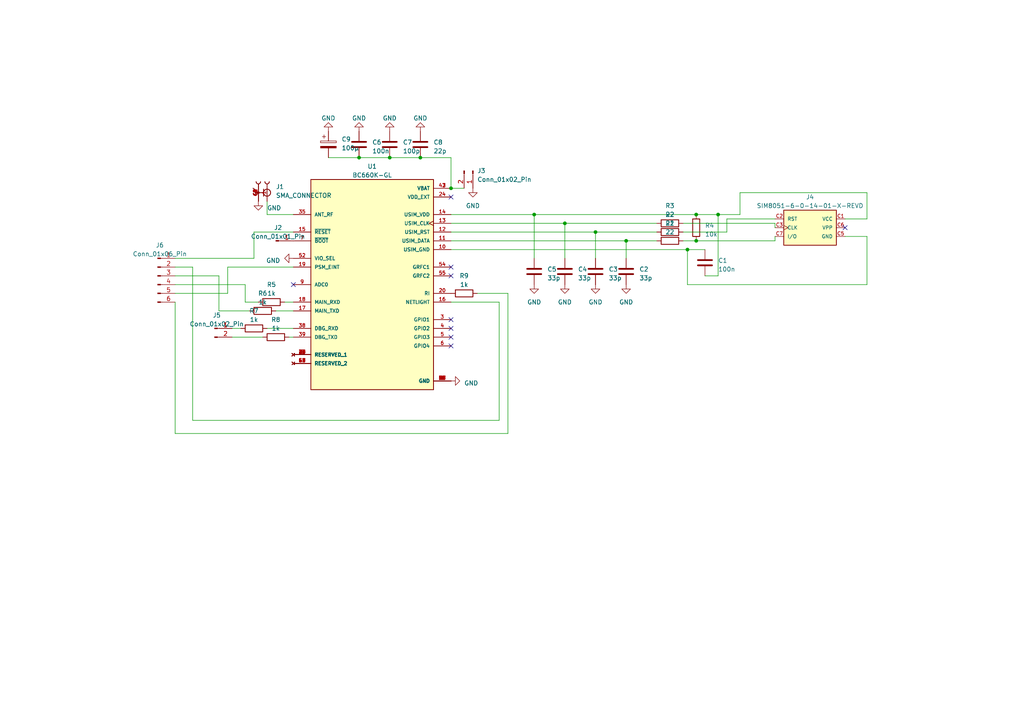
<source format=kicad_sch>
(kicad_sch (version 20230121) (generator eeschema)
  (paper "A4")
  (lib_symbols
    (symbol "BC660K-GL:BC660K-GL" (pin_names (offset 1.016))
      (property "Reference" "U" (at -17.78 31.242 0))
      (property "Value" "BC660K-GL" (at -17.78 -33.02 0))
      (symbol "BC660K-GL_0_0"
        (rectangle (start -17.78 -30.48) (end 17.78 30.48) (stroke (width 0.254)) (fill (type background)))
        (pin power_in line (at 22.86 -27.94 180) (length 5.08) (name "GND") (number "1"))
        (pin power_in line (at 22.86 10.16 180) (length 5.08) (name "USIM_GND") (number "10"))
        (pin bidirectional line (at 22.86 12.7 180) (length 5.08) (name "USIM_DATA") (number "11"))
        (pin output line (at 22.86 15.24 180) (length 5.08) (name "USIM_RST") (number "12"))
        (pin output clock (at 22.86 17.78 180) (length 5.08) (name "USIM_CLK") (number "13"))
        (pin power_in line (at 22.86 20.32 180) (length 5.08) (name "USIM_VDD") (number "14"))
        (pin input line (at -22.86 15.24 0) (length 5.08) (name "~{RESET}") (number "15"))
        (pin output line (at 22.86 -5.08 180) (length 5.08) (name "NETLIGHT") (number "16"))
        (pin output line (at -22.86 -7.62 0) (length 5.08) (name "MAIN_TXD") (number "17"))
        (pin input line (at -22.86 -5.08 0) (length 5.08) (name "MAIN_RXD") (number "18"))
        (pin input line (at -22.86 5.08 0) (length 5.08) (name "PSM_EINT") (number "19"))
        (pin no_connect line (at -22.86 -20.32 0) (length 5.08) (name "RESERVED_1") (number "2"))
        (pin output line (at 22.86 -2.54 180) (length 5.08) (name "RI") (number "20"))
        (pin no_connect line (at -22.86 -20.32 0) (length 5.08) (name "RESERVED_1") (number "21"))
        (pin no_connect line (at -22.86 -20.32 0) (length 5.08) (name "RESERVED_1") (number "22"))
        (pin no_connect line (at -22.86 -20.32 0) (length 5.08) (name "RESERVED_1") (number "23"))
        (pin power_in line (at 22.86 25.4 180) (length 5.08) (name "VDD_EXT") (number "24"))
        (pin no_connect line (at -22.86 -20.32 0) (length 5.08) (name "RESERVED_1") (number "25"))
        (pin no_connect line (at -22.86 -20.32 0) (length 5.08) (name "RESERVED_1") (number "26"))
        (pin power_in line (at 22.86 -27.94 180) (length 5.08) (name "GND") (number "27"))
        (pin no_connect line (at -22.86 -20.32 0) (length 5.08) (name "RESERVED_1") (number "28"))
        (pin no_connect line (at -22.86 -20.32 0) (length 5.08) (name "RESERVED_1") (number "29"))
        (pin bidirectional line (at 22.86 -10.16 180) (length 5.08) (name "GPIO1") (number "3"))
        (pin no_connect line (at -22.86 -20.32 0) (length 5.08) (name "RESERVED_1") (number "30"))
        (pin no_connect line (at -22.86 -20.32 0) (length 5.08) (name "RESERVED_1") (number "31"))
        (pin no_connect line (at -22.86 -20.32 0) (length 5.08) (name "RESERVED_1") (number "32"))
        (pin no_connect line (at -22.86 -20.32 0) (length 5.08) (name "RESERVED_1") (number "33"))
        (pin power_in line (at 22.86 -27.94 180) (length 5.08) (name "GND") (number "34"))
        (pin bidirectional line (at -22.86 20.32 0) (length 5.08) (name "ANT_RF") (number "35"))
        (pin power_in line (at 22.86 -27.94 180) (length 5.08) (name "GND") (number "36"))
        (pin power_in line (at 22.86 -27.94 180) (length 5.08) (name "GND") (number "37"))
        (pin input line (at -22.86 -12.7 0) (length 5.08) (name "DBG_RXD") (number "38"))
        (pin output line (at -22.86 -15.24 0) (length 5.08) (name "DBG_TXD") (number "39"))
        (pin bidirectional line (at 22.86 -12.7 180) (length 5.08) (name "GPIO2") (number "4"))
        (pin power_in line (at 22.86 -27.94 180) (length 5.08) (name "GND") (number "40"))
        (pin power_in line (at 22.86 -27.94 180) (length 5.08) (name "GND") (number "41"))
        (pin power_in line (at 22.86 27.94 180) (length 5.08) (name "VBAT") (number "42"))
        (pin power_in line (at 22.86 27.94 180) (length 5.08) (name "VBAT") (number "43"))
        (pin no_connect line (at -22.86 -20.32 0) (length 5.08) (name "RESERVED_1") (number "44"))
        (pin no_connect line (at -22.86 -20.32 0) (length 5.08) (name "RESERVED_1") (number "45"))
        (pin no_connect line (at -22.86 -22.86 0) (length 5.08) (name "RESERVED_2") (number "46"))
        (pin no_connect line (at -22.86 -22.86 0) (length 5.08) (name "RESERVED_2") (number "47"))
        (pin no_connect line (at -22.86 -22.86 0) (length 5.08) (name "RESERVED_2") (number "48"))
        (pin no_connect line (at -22.86 -22.86 0) (length 5.08) (name "RESERVED_2") (number "49"))
        (pin bidirectional line (at 22.86 -15.24 180) (length 5.08) (name "GPIO3") (number "5"))
        (pin no_connect line (at -22.86 -22.86 0) (length 5.08) (name "RESERVED_2") (number "50"))
        (pin no_connect line (at -22.86 -22.86 0) (length 5.08) (name "RESERVED_2") (number "51"))
        (pin input line (at -22.86 7.62 0) (length 5.08) (name "VIO_SEL") (number "52"))
        (pin no_connect line (at -22.86 -22.86 0) (length 5.08) (name "RESERVED_2") (number "53"))
        (pin output line (at 22.86 5.08 180) (length 5.08) (name "GRFC1") (number "54"))
        (pin output line (at 22.86 2.54 180) (length 5.08) (name "GRFC2") (number "55"))
        (pin power_in line (at 22.86 -27.94 180) (length 5.08) (name "GND") (number "56"))
        (pin power_in line (at 22.86 -27.94 180) (length 5.08) (name "GND") (number "57"))
        (pin power_in line (at 22.86 -27.94 180) (length 5.08) (name "GND") (number "58"))
        (pin bidirectional line (at 22.86 -17.78 180) (length 5.08) (name "GPIO4") (number "6"))
        (pin input line (at -22.86 12.7 0) (length 5.08) (name "~{BOOT}") (number "7"))
        (pin no_connect line (at -22.86 -20.32 0) (length 5.08) (name "RESERVED_1") (number "8"))
        (pin input line (at -22.86 0 0) (length 5.08) (name "ADC0") (number "9"))
      )
    )
    (symbol "Connector:Conn_01x01_Pin" (pin_names (offset 1.016) hide)
      (property "Reference" "J" (at 0 2.54 0))
      (property "Value" "Conn_01x01_Pin" (at 0 -2.54 0))
      (symbol "Conn_01x01_Pin_1_1"
        (polyline (pts (xy 1.27 0) (xy 0.8636 0)) (stroke (width 0.1524)))
        (rectangle (start 0.8636 0.127) (end 0 -0.127) (stroke (width 0.1524)) (fill (type outline)))
        (pin passive line (at 5.08 0 180) (length 3.81) (name "Pin_1") (number "1"))
      )
    )
    (symbol "Connector:Conn_01x02_Pin" (pin_names (offset 1.016) hide)
      (property "Reference" "J" (at 0 2.54 0))
      (property "Value" "Conn_01x02_Pin" (at 0 -5.08 0))
      (symbol "Conn_01x02_Pin_1_1"
        (polyline (pts (xy 1.27 -2.54) (xy 0.8636 -2.54)) (stroke (width 0.1524)))
        (polyline (pts (xy 1.27 0) (xy 0.8636 0)) (stroke (width 0.1524)))
        (rectangle (start 0.8636 -2.413) (end 0 -2.667) (stroke (width 0.1524)) (fill (type outline)))
        (rectangle (start 0.8636 0.127) (end 0 -0.127) (stroke (width 0.1524)) (fill (type outline)))
        (pin passive line (at 5.08 0 180) (length 3.81) (name "Pin_1") (number "1"))
        (pin passive line (at 5.08 -2.54 180) (length 3.81) (name "Pin_2") (number "2"))
      )
    )
    (symbol "Connector:Conn_01x06_Pin" (pin_names (offset 1.016) hide)
      (property "Reference" "J" (at 0 7.62 0))
      (property "Value" "Conn_01x06_Pin" (at 0 -10.16 0))
      (symbol "Conn_01x06_Pin_1_1"
        (polyline (pts (xy 1.27 -7.62) (xy 0.8636 -7.62)) (stroke (width 0.1524)))
        (polyline (pts (xy 1.27 -5.08) (xy 0.8636 -5.08)) (stroke (width 0.1524)))
        (polyline (pts (xy 1.27 -2.54) (xy 0.8636 -2.54)) (stroke (width 0.1524)))
        (polyline (pts (xy 1.27 0) (xy 0.8636 0)) (stroke (width 0.1524)))
        (polyline (pts (xy 1.27 2.54) (xy 0.8636 2.54)) (stroke (width 0.1524)))
        (polyline (pts (xy 1.27 5.08) (xy 0.8636 5.08)) (stroke (width 0.1524)))
        (rectangle (start 0.8636 -7.493) (end 0 -7.747) (stroke (width 0.1524)) (fill (type outline)))
        (rectangle (start 0.8636 -4.953) (end 0 -5.207) (stroke (width 0.1524)) (fill (type outline)))
        (rectangle (start 0.8636 -2.413) (end 0 -2.667) (stroke (width 0.1524)) (fill (type outline)))
        (rectangle (start 0.8636 0.127) (end 0 -0.127) (stroke (width 0.1524)) (fill (type outline)))
        (rectangle (start 0.8636 2.667) (end 0 2.413) (stroke (width 0.1524)) (fill (type outline)))
        (rectangle (start 0.8636 5.207) (end 0 4.953) (stroke (width 0.1524)) (fill (type outline)))
        (pin passive line (at 5.08 5.08 180) (length 3.81) (name "Pin_1") (number "1"))
        (pin passive line (at 5.08 2.54 180) (length 3.81) (name "Pin_2") (number "2"))
        (pin passive line (at 5.08 0 180) (length 3.81) (name "Pin_3") (number "3"))
        (pin passive line (at 5.08 -2.54 180) (length 3.81) (name "Pin_4") (number "4"))
        (pin passive line (at 5.08 -5.08 180) (length 3.81) (name "Pin_5") (number "5"))
        (pin passive line (at 5.08 -7.62 180) (length 3.81) (name "Pin_6") (number "6"))
      )
    )
    (symbol "Device:C" (pin_numbers hide) (pin_names (offset 0.254))
      (property "Reference" "C" (at 0.635 2.54 0))
      (property "Value" "C" (at 0.635 -2.54 0))
      (symbol "C_0_1"
        (polyline (pts (xy -2.032 -0.762) (xy 2.032 -0.762)) (stroke (width 0.508)))
        (polyline (pts (xy -2.032 0.762) (xy 2.032 0.762)) (stroke (width 0.508)))
      )
      (symbol "C_1_1"
        (pin passive line (at 0 3.81 270) (length 2.794) (name "~") (number "1"))
        (pin passive line (at 0 -3.81 90) (length 2.794) (name "~") (number "2"))
      )
    )
    (symbol "Device:C_Polarized" (pin_numbers hide) (pin_names (offset 0.254))
      (property "Reference" "C" (at 0.635 2.54 0))
      (property "Value" "C_Polarized" (at 0.635 -2.54 0))
      (symbol "C_Polarized_0_1"
        (rectangle (start -2.286 0.508) (end 2.286 1.016))
        (polyline (pts (xy -1.778 2.286) (xy -0.762 2.286)))
        (polyline (pts (xy -1.27 2.794) (xy -1.27 1.778)))
        (rectangle (start 2.286 -0.508) (end -2.286 -1.016) (fill (type outline)))
      )
      (symbol "C_Polarized_1_1"
        (pin passive line (at 0 3.81 270) (length 2.794) (name "~") (number "1"))
        (pin passive line (at 0 -3.81 90) (length 2.794) (name "~") (number "2"))
      )
    )
    (symbol "Device:R" (pin_numbers hide) (pin_names (offset 0))
      (property "Reference" "R" (at 2.032 0 90))
      (property "Value" "R" (at 0 0 90))
      (symbol "R_0_1"
        (rectangle (start -1.016 -2.54) (end 1.016 2.54) (stroke (width 0.254)))
      )
      (symbol "R_1_1"
        (pin passive line (at 0 3.81 270) (length 1.27) (name "~") (number "1"))
        (pin passive line (at 0 -3.81 90) (length 1.27) (name "~") (number "2"))
      )
    )
    (symbol "SIM8051-6-0-14-01-X-REVD:SIM8051-6-0-14-01-X-REVD" (pin_names (offset 1.016))
      (property "Reference" "J" (at -5.0841 5.5925 0))
      (property "Value" "SIM8051-6-0-14-01-X-REVD" (at -5.0884 -7.6326 0))
      (symbol "SIM8051-6-0-14-01-X-REVD_0_0"
        (rectangle (start -5.08 -5.08) (end 10.16 5.08) (stroke (width 0.254)) (fill (type background)))
        (pin power_in line (at 12.7 2.54 180) (length 2.54) (name "VCC") (number "C1"))
        (pin input line (at -7.62 2.54 0) (length 2.54) (name "RST") (number "C2"))
        (pin input clock (at -7.62 0 0) (length 2.54) (name "CLK") (number "C3"))
        (pin power_in line (at 12.7 -2.54 180) (length 2.54) (name "GND") (number "C5"))
        (pin power_in line (at 12.7 0 180) (length 2.54) (name "VPP") (number "C6"))
        (pin bidirectional line (at -7.62 -2.54 0) (length 2.54) (name "I/O") (number "C7"))
      )
    )
    (symbol "SMA_CONNECTOR:SMA_CONNECTOR" (pin_names (offset 1.016))
      (property "Reference" "J" (at -3.81 1.524 0))
      (property "Value" "SMA_CONNECTOR" (at -4.064 -6.858 0))
      (symbol "SMA_CONNECTOR_0_0"
        (arc (start -3.175 -3.175) (mid -2.5427 -2.54) (end -3.175 -1.905) (stroke (width 0.254)))
        (arc (start -3.175 -0.635) (mid -2.5427 0) (end -3.175 0.635) (stroke (width 0.254)))
        (circle (center 0 -2.54) (radius 0.254) (stroke (width 0.254)))
        (polyline (pts (xy -1.016 -1.016) (xy 0 -1.016)) (stroke (width 0.254)))
        (polyline (pts (xy -0.762 -3.302) (xy -1.27 -4.064)) (stroke (width 0.254)))
        (polyline (pts (xy 0 -3.302) (xy -0.762 -3.302)) (stroke (width 0.254)))
        (polyline (pts (xy 0 -3.302) (xy -0.508 -4.064)) (stroke (width 0.254)))
        (polyline (pts (xy 0 -3.302) (xy 0.762 -3.302)) (stroke (width 0.254)))
        (polyline (pts (xy 0 -1.016) (xy 0 -3.302)) (stroke (width 0.254)))
        (polyline (pts (xy 0 -1.016) (xy 1.016 -1.016)) (stroke (width 0.254)))
        (polyline (pts (xy 0.762 -3.302) (xy 0.254 -4.064)) (stroke (width 0.254)))
        (circle (center 0 0) (radius 1.016) (stroke (width 0.254)))
        (pin passive line (at 2.54 0 180) (length 5.08) (name "~") (number "1"))
        (pin passive line (at 2.54 -2.54 180) (length 5.08) (name "~") (number "G1"))
        (pin passive line (at 2.54 -2.54 180) (length 5.08) (name "~") (number "G2"))
        (pin passive line (at 2.54 -2.54 180) (length 5.08) (name "~") (number "G3"))
        (pin passive line (at 2.54 -2.54 180) (length 5.08) (name "~") (number "G4"))
      )
    )
    (symbol "power:GND" (power) (pin_names (offset 0))
      (property "Value" "GND" (at 0 -3.81 0))
      (symbol "GND_0_1"
        (polyline (pts (xy 0 0) (xy 0 -1.27) (xy 1.27 -1.27) (xy 0 -2.54) (xy -1.27 -1.27) (xy 0 -1.27)))
      )
      (symbol "GND_1_1"
        (pin power_in line (at 0 0 270) (length 0) hide (name "GND") (number "1"))
      )
    )
  )
  (junction (at 104.14 45.72))
  (junction (at 130.81 54.61))
  (junction (at 113.03 45.72))
  (junction (at 199.39 72.39))
  (junction (at 121.92 45.72))
  (junction (at 208.28 62.23))
  (junction (at 154.94 62.23))
  (junction (at 172.72 67.31))
  (junction (at 163.83 64.77))
  (junction (at 181.61 69.85))
  (junction (at 201.93 69.85))
  (junction (at 201.93 62.23))
  (no_connect (at 85.09 82.55))
  (no_connect (at 130.81 97.79))
  (no_connect (at 245.11 66.04))
  (no_connect (at 130.81 92.71))
  (no_connect (at 130.81 100.33))
  (no_connect (at 130.81 95.25))
  (no_connect (at 130.81 77.47))
  (no_connect (at 130.81 80.01))
  (no_connect (at 130.81 57.15))
  (wire (pts (xy 67.31 97.79) (xy 76.2 97.79)))
  (wire (pts (xy 66.04 85.09) (xy 50.8 85.09)))
  (wire (pts (xy 198.12 64.77) (xy 224.79 64.77)))
  (wire (pts (xy 204.47 80.01) (xy 208.28 80.01)))
  (wire (pts (xy 77.47 58.42) (xy 77.47 62.23)))
  (wire (pts (xy 251.46 63.5) (xy 245.11 63.5)))
  (wire (pts (xy 199.39 72.39) (xy 204.47 72.39)))
  (wire (pts (xy 251.46 68.58) (xy 251.46 82.55)))
  (wire (pts (xy 130.81 54.61) (xy 134.62 54.61)))
  (wire (pts (xy 181.61 69.85) (xy 181.61 74.93)))
  (wire (pts (xy 71.12 87.63) (xy 74.93 87.63)))
  (wire (pts (xy 144.78 121.92) (xy 144.78 87.63)))
  (wire (pts (xy 163.83 64.77) (xy 190.5 64.77)))
  (wire (pts (xy 214.63 55.88) (xy 214.63 62.23)))
  (wire (pts (xy 63.5 90.17) (xy 63.5 80.01)))
  (wire (pts (xy 201.93 69.85) (xy 224.79 69.85)))
  (wire (pts (xy 245.11 68.58) (xy 251.46 68.58)))
  (wire (pts (xy 130.81 67.31) (xy 172.72 67.31)))
  (wire (pts (xy 181.61 69.85) (xy 190.5 69.85)))
  (wire (pts (xy 85.09 67.31) (xy 73.66 67.31)))
  (wire (pts (xy 224.79 69.85) (xy 224.79 68.58)))
  (wire (pts (xy 130.81 54.61) (xy 130.81 45.72)))
  (wire (pts (xy 224.79 64.77) (xy 224.79 66.04)))
  (wire (pts (xy 147.32 125.73) (xy 50.8 125.73)))
  (wire (pts (xy 251.46 55.88) (xy 214.63 55.88)))
  (wire (pts (xy 130.81 69.85) (xy 181.61 69.85)))
  (wire (pts (xy 210.82 63.5) (xy 224.79 63.5)))
  (wire (pts (xy 83.82 97.79) (xy 85.09 97.79)))
  (wire (pts (xy 201.93 62.23) (xy 208.28 62.23)))
  (wire (pts (xy 251.46 82.55) (xy 199.39 82.55)))
  (wire (pts (xy 130.81 45.72) (xy 121.92 45.72)))
  (wire (pts (xy 55.88 121.92) (xy 55.88 77.47)))
  (wire (pts (xy 198.12 67.31) (xy 210.82 67.31)))
  (wire (pts (xy 55.88 77.47) (xy 50.8 77.47)))
  (wire (pts (xy 154.94 74.93) (xy 154.94 62.23)))
  (wire (pts (xy 198.12 69.85) (xy 201.93 69.85)))
  (wire (pts (xy 130.81 72.39) (xy 199.39 72.39)))
  (wire (pts (xy 71.12 82.55) (xy 71.12 87.63)))
  (wire (pts (xy 163.83 64.77) (xy 163.83 74.93)))
  (wire (pts (xy 50.8 125.73) (xy 50.8 87.63)))
  (wire (pts (xy 80.01 90.17) (xy 85.09 90.17)))
  (wire (pts (xy 172.72 67.31) (xy 190.5 67.31)))
  (wire (pts (xy 147.32 85.09) (xy 147.32 125.73)))
  (wire (pts (xy 208.28 62.23) (xy 214.63 62.23)))
  (wire (pts (xy 210.82 67.31) (xy 210.82 63.5)))
  (wire (pts (xy 63.5 90.17) (xy 72.39 90.17)))
  (wire (pts (xy 66.04 77.47) (xy 66.04 85.09)))
  (wire (pts (xy 130.81 64.77) (xy 163.83 64.77)))
  (wire (pts (xy 55.88 121.92) (xy 144.78 121.92)))
  (wire (pts (xy 77.47 95.25) (xy 85.09 95.25)))
  (wire (pts (xy 199.39 82.55) (xy 199.39 72.39)))
  (wire (pts (xy 50.8 82.55) (xy 71.12 82.55)))
  (wire (pts (xy 67.31 95.25) (xy 69.85 95.25)))
  (wire (pts (xy 113.03 45.72) (xy 104.14 45.72)))
  (wire (pts (xy 172.72 67.31) (xy 172.72 74.93)))
  (wire (pts (xy 251.46 55.88) (xy 251.46 63.5)))
  (wire (pts (xy 66.04 77.47) (xy 85.09 77.47)))
  (wire (pts (xy 138.43 85.09) (xy 147.32 85.09)))
  (wire (pts (xy 154.94 62.23) (xy 201.93 62.23)))
  (wire (pts (xy 73.66 67.31) (xy 73.66 74.93)))
  (wire (pts (xy 144.78 87.63) (xy 130.81 87.63)))
  (wire (pts (xy 82.55 87.63) (xy 85.09 87.63)))
  (wire (pts (xy 130.81 62.23) (xy 154.94 62.23)))
  (wire (pts (xy 121.92 45.72) (xy 113.03 45.72)))
  (wire (pts (xy 104.14 45.72) (xy 95.25 45.72)))
  (wire (pts (xy 63.5 80.01) (xy 50.8 80.01)))
  (wire (pts (xy 73.66 74.93) (xy 50.8 74.93)))
  (wire (pts (xy 208.28 62.23) (xy 208.28 80.01)))
  (wire (pts (xy 77.47 62.23) (xy 85.09 62.23)))
  (symbol (lib_id "Device:R") (at 73.66 95.25 90) (unit 1)
    (property "Reference" "R7" (at 73.66 90.17 90))
    (property "Value" "1k" (at 73.66 92.71 90))
    (property "Footprint" "Resistor_SMD:R_0805_2012Metric_Pad1.20x1.40mm_HandSolder" (effects hide))
  )
  (symbol (lib_id "Device:C") (at 121.92 41.91 0) (unit 1)
    (property "Reference" "C8" (at 125.73 41.275 0) (effects (justify left)))
    (property "Value" "22p" (at 125.73 43.815 0) (effects (justify left)))
    (property "Footprint" "Capacitor_SMD:C_0805_2012Metric_Pad1.18x1.45mm_HandSolder" (effects hide))
  )
  (symbol (lib_id "power:GND") (at 121.92 38.1 180) (unit 1)
    (property "Reference" "#PWR010" (effects hide))
    (property "Value" "GND" (at 121.92 34.29 0))
  )
  (symbol (lib_id "power:GND") (at 95.25 38.1 180) (unit 1)
    (property "Reference" "#PWR013" (effects hide))
    (property "Value" "GND" (at 95.25 34.29 0))
  )
  (symbol (lib_id "SMA_CONNECTOR:SMA_CONNECTOR") (at 77.47 55.88 270) (unit 1)
    (property "Reference" "J1" (at 80.01 54.1655 90) (effects (justify left)))
    (property "Value" "SMA_CONNECTOR" (at 80.01 56.7055 90) (effects (justify left)))
    (property "Footprint" "SMA_CONNECTOR:LPRS_SMA_CONNECTOR" (effects hide))
    (property "MF" "LPRS" (effects hide))
    (property "MAXIMUM_PACKAGE_HEIGHT" "8.3 mm" (effects hide))
    (property "Package" "None" (effects hide))
    (property "Price" "None" (effects hide))
    (property "Check_prices" "https://www.snapeda.com/parts/SMA%20CONNECTOR/LPRS/view-part/?ref=eda" (effects hide))
    (property "STANDARD" "Manufacturer Recommendations" (effects hide))
    (property "PARTREV" "1.3" (effects hide))
    (property "SnapEDA_Link" "https://www.snapeda.com/parts/SMA%20CONNECTOR/LPRS/view-part/?ref=snap" (effects hide))
    (property "MP" "SMA CONNECTOR" (effects hide))
    (property "Description" "\nRF Coaxial Straight SMA Connector\n" (effects hide))
    (property "Availability" "In Stock" (effects hide))
    (property "MANUFACTURER" "LPRS" (effects hide))
  )
  (symbol (lib_id "power:GND") (at 172.72 82.55 0) (unit 1)
    (property "Reference" "#PWR03" (effects hide))
    (property "Value" "GND" (at 172.72 87.63 0))
  )
  (symbol (lib_id "Device:C") (at 104.14 41.91 0) (unit 1)
    (property "Reference" "C6" (at 107.95 41.275 0) (effects (justify left)))
    (property "Value" "100n" (at 107.95 43.815 0) (effects (justify left)))
    (property "Footprint" "Capacitor_SMD:C_0805_2012Metric_Pad1.18x1.45mm_HandSolder" (effects hide))
  )
  (symbol (lib_id "Connector:Conn_01x02_Pin") (at 62.23 95.25 0) (unit 1)
    (property "Reference" "J5" (at 62.865 91.44 0))
    (property "Value" "Conn_01x02_Pin" (at 62.865 93.98 0))
    (property "Footprint" "Connector_PinHeader_2.54mm:PinHeader_1x02_P2.54mm_Vertical" (effects hide))
  )
  (symbol (lib_id "Device:R") (at 194.31 67.31 90) (unit 1)
    (property "Reference" "R2" (at 194.31 62.23 90))
    (property "Value" "22" (at 194.31 64.77 90))
    (property "Footprint" "Resistor_SMD:R_0805_2012Metric_Pad1.20x1.40mm_HandSolder" (effects hide))
  )
  (symbol (lib_id "Device:C_Polarized") (at 95.25 41.91 0) (unit 1)
    (property "Reference" "C9" (at 99.06 40.386 0) (effects (justify left)))
    (property "Value" "100µ" (at 99.06 42.926 0) (effects (justify left)))
    (property "Footprint" "Capacitor_SMD:C_0805_2012Metric_Pad1.18x1.45mm_HandSolder" (effects hide))
  )
  (symbol (lib_id "power:GND") (at 154.94 82.55 0) (unit 1)
    (property "Reference" "#PWR01" (effects hide))
    (property "Value" "GND" (at 154.94 87.63 0))
  )
  (symbol (lib_id "power:GND") (at 85.09 74.93 270) (unit 1)
    (property "Reference" "#PWR07" (effects hide))
    (property "Value" "GND" (at 81.28 75.565 90) (effects (justify right)))
  )
  (symbol (lib_id "Device:R") (at 78.74 87.63 90) (unit 1)
    (property "Reference" "R5" (at 78.74 82.55 90))
    (property "Value" "1k" (at 78.74 85.09 90))
    (property "Footprint" "Resistor_SMD:R_0805_2012Metric_Pad1.20x1.40mm_HandSolder" (effects hide))
  )
  (symbol (lib_id "Connector:Conn_01x02_Pin") (at 137.16 49.53 270) (unit 1)
    (property "Reference" "J3" (at 138.43 49.53 90) (effects (justify left)))
    (property "Value" "Conn_01x02_Pin" (at 138.43 52.07 90) (effects (justify left)))
    (property "Footprint" "Connector_PinHeader_2.54mm:PinHeader_1x02_P2.54mm_Vertical" (effects hide))
  )
  (symbol (lib_id "Device:R") (at 80.01 97.79 90) (unit 1)
    (property "Reference" "R8" (at 80.01 92.71 90))
    (property "Value" "1k" (at 80.01 95.25 90))
    (property "Footprint" "Resistor_SMD:R_0805_2012Metric_Pad1.20x1.40mm_HandSolder" (effects hide))
  )
  (symbol (lib_id "Connector:Conn_01x01_Pin") (at 80.01 69.85 0) (unit 1)
    (property "Reference" "J2" (at 80.645 66.04 0))
    (property "Value" "Conn_01x01_Pin" (at 80.645 68.58 0))
    (property "Footprint" "Connector_PinHeader_2.54mm:PinHeader_1x01_P2.54mm_Vertical" (effects hide))
  )
  (symbol (lib_id "Device:C") (at 172.72 78.74 0) (unit 1)
    (property "Reference" "C3" (at 176.53 78.105 0) (effects (justify left)))
    (property "Value" "33p" (at 176.53 80.645 0) (effects (justify left)))
    (property "Footprint" "Capacitor_SMD:C_0805_2012Metric_Pad1.18x1.45mm_HandSolder" (effects hide))
  )
  (symbol (lib_id "power:GND") (at 74.93 58.42 0) (unit 1)
    (property "Reference" "#PWR09" (effects hide))
    (property "Value" "GND" (at 77.47 60.325 0) (effects (justify left)))
  )
  (symbol (lib_id "power:GND") (at 163.83 82.55 0) (unit 1)
    (property "Reference" "#PWR02" (effects hide))
    (property "Value" "GND" (at 163.83 87.63 0))
  )
  (symbol (lib_id "Connector:Conn_01x06_Pin") (at 45.72 80.01 0) (unit 1)
    (property "Reference" "J6" (at 46.355 71.12 0))
    (property "Value" "Conn_01x06_Pin" (at 46.355 73.66 0))
    (property "Footprint" "Connector_PinHeader_2.54mm:PinHeader_1x06_P2.54mm_Vertical" (effects hide))
  )
  (symbol (lib_id "Device:C") (at 154.94 78.74 0) (unit 1)
    (property "Reference" "C5" (at 158.75 78.105 0) (effects (justify left)))
    (property "Value" "33p" (at 158.75 80.645 0) (effects (justify left)))
    (property "Footprint" "Capacitor_SMD:C_0805_2012Metric_Pad1.18x1.45mm_HandSolder" (effects hide))
  )
  (symbol (lib_id "Device:R") (at 76.2 90.17 90) (unit 1)
    (property "Reference" "R6" (at 76.2 85.09 90))
    (property "Value" "1k" (at 76.2 87.63 90))
    (property "Footprint" "Resistor_SMD:R_0805_2012Metric_Pad1.20x1.40mm_HandSolder" (effects hide))
  )
  (symbol (lib_id "power:GND") (at 181.61 82.55 0) (unit 1)
    (property "Reference" "#PWR04" (effects hide))
    (property "Value" "GND" (at 181.61 87.63 0))
  )
  (symbol (lib_id "Device:C") (at 181.61 78.74 0) (unit 1)
    (property "Reference" "C2" (at 185.42 78.105 0) (effects (justify left)))
    (property "Value" "33p" (at 185.42 80.645 0) (effects (justify left)))
    (property "Footprint" "Capacitor_SMD:C_0805_2012Metric_Pad1.18x1.45mm_HandSolder" (effects hide))
  )
  (symbol (lib_id "power:GND") (at 130.81 110.49 90) (unit 1)
    (property "Reference" "#PWR06" (effects hide))
    (property "Value" "GND" (at 134.62 111.125 90) (effects (justify right)))
  )
  (symbol (lib_id "Device:R") (at 134.62 85.09 90) (unit 1)
    (property "Reference" "R9" (at 134.62 80.01 90))
    (property "Value" "1k" (at 134.62 82.55 90))
    (property "Footprint" "Resistor_SMD:R_0805_2012Metric_Pad1.20x1.40mm_HandSolder" (effects hide))
  )
  (symbol (lib_id "Device:C") (at 163.83 78.74 0) (unit 1)
    (property "Reference" "C4" (at 167.64 78.105 0) (effects (justify left)))
    (property "Value" "33p" (at 167.64 80.645 0) (effects (justify left)))
    (property "Footprint" "Capacitor_SMD:C_0805_2012Metric_Pad1.18x1.45mm_HandSolder" (effects hide))
  )
  (symbol (lib_id "SIM8051-6-0-14-01-X-REVD:SIM8051-6-0-14-01-X-REVD") (at 232.41 66.04 0) (unit 1)
    (property "Reference" "J4" (at 234.95 57.15 0))
    (property "Value" "SIM8051-6-0-14-01-X-REVD" (at 234.95 59.69 0))
    (property "Footprint" "SIM8051-6-0-14-01-X-REVD:GCT_SIM8051-6-0-14-01-X-REVD" (effects hide))
    (property "MF" "Global Connector Technology" (effects hide))
    (property "Description" "\n6 Position Card Connector NANO SIM Surface Mount, Right Angle Gold, Without switch, 1.35mm profile, Push-Pull, 4FF Sim card type, low cost, high mating cycle\n" (effects hide))
    (property "Package" "None" (effects hide))
    (property "Price" "None" (effects hide))
    (property "Check_prices" "https://www.snapeda.com/parts/SIM8051-6-0-14-01-A/Global+Connector+Technology/view-part/?ref=eda" (effects hide))
    (property "SnapEDA_Link" "https://www.snapeda.com/parts/SIM8051-6-0-14-01-A/Global+Connector+Technology/view-part/?ref=snap" (effects hide))
    (property "MP" "SIM8051-6-0-14-01-A" (effects hide))
    (property "Availability" "In Stock" (effects hide))
    (property "MANUFACTURER" "GCT" (effects hide))
  )
  (symbol (lib_id "Device:R") (at 201.93 66.04 0) (unit 1)
    (property "Reference" "R4" (at 204.47 65.405 0) (effects (justify left)))
    (property "Value" "10k" (at 204.47 67.945 0) (effects (justify left)))
    (property "Footprint" "Resistor_SMD:R_0805_2012Metric_Pad1.20x1.40mm_HandSolder" (effects hide))
  )
  (symbol (lib_id "Device:R") (at 194.31 69.85 90) (unit 1)
    (property "Reference" "R1" (at 194.31 64.77 90))
    (property "Value" "22" (at 194.31 67.31 90))
    (property "Footprint" "Resistor_SMD:R_0805_2012Metric_Pad1.20x1.40mm_HandSolder" (effects hide))
  )
  (symbol (lib_id "Device:C") (at 204.47 76.2 0) (unit 1)
    (property "Reference" "C1" (at 208.28 75.565 0) (effects (justify left)))
    (property "Value" "100n" (at 208.28 78.105 0) (effects (justify left)))
    (property "Footprint" "Capacitor_SMD:C_0805_2012Metric_Pad1.18x1.45mm_HandSolder" (effects hide))
  )
  (symbol (lib_id "Device:C") (at 113.03 41.91 0) (unit 1)
    (property "Reference" "C7" (at 116.84 41.275 0) (effects (justify left)))
    (property "Value" "100p" (at 116.84 43.815 0) (effects (justify left)))
    (property "Footprint" "Capacitor_SMD:C_0805_2012Metric_Pad1.18x1.45mm_HandSolder" (effects hide))
  )
  (symbol (lib_id "BC660K-GL:BC660K-GL") (at 107.95 82.55 0) (unit 1)
    (property "Reference" "U1" (at 107.95 48.26 0))
    (property "Value" "BC660K-GL" (at 107.95 50.8 0))
    (property "Footprint" "BC660K-GL:XCVR_BC660K-GL" (effects hide))
    (property "MF" "Quectel" (effects hide))
    (property "MAXIMUM_PACKAGE_HEIGHT" "2.2mm" (effects hide))
    (property "Package" "None" (effects hide))
    (property "Price" "None" (effects hide))
    (property "Check_prices" "https://www.snapeda.com/parts/BC660K-GL/Quectel/view-part/?ref=eda" (effects hide))
    (property "STANDARD" "Manufacturer Recommendations" (effects hide))
    (property "PARTREV" "1.2" (effects hide))
    (property "SnapEDA_Link" "https://www.snapeda.com/parts/BC660K-GL/Quectel/view-part/?ref=snap" (effects hide))
    (property "MP" "BC660K-GL" (effects hide))
    (property "Description" "\nMulti-band LTE Cat NB2 module; 17.7mm 15.8mm 2mm; 1.8g; SMT form factor; LCC package; Max. 127Kbps downlink / 158.5Kbps uplink; Extended temperature range of -40C to +85C.\n" (effects hide))
    (property "MANUFACTURER" "Quectel" (effects hide))
    (property "Availability" "Not in stock" (effects hide))
    (property "SNAPEDA_PN" "BC660K-GL" (effects hide))
  )
  (symbol (lib_id "power:GND") (at 137.16 54.61 0) (unit 1)
    (property "Reference" "#PWR08" (effects hide))
    (property "Value" "GND" (at 137.16 59.69 0))
  )
  (symbol (lib_id "Device:R") (at 194.31 64.77 90) (unit 1)
    (property "Reference" "R3" (at 194.31 59.69 90))
    (property "Value" "22" (at 194.31 62.23 90))
    (property "Footprint" "Resistor_SMD:R_0805_2012Metric_Pad1.20x1.40mm_HandSolder" (effects hide))
  )
  (symbol (lib_id "power:GND") (at 104.14 38.1 180) (unit 1)
    (property "Reference" "#PWR012" (effects hide))
    (property "Value" "GND" (at 104.14 34.29 0))
  )
  (symbol (lib_id "power:GND") (at 113.03 38.1 180) (unit 1)
    (property "Reference" "#PWR011" (effects hide))
    (property "Value" "GND" (at 113.03 34.29 0))
  )
)
</source>
